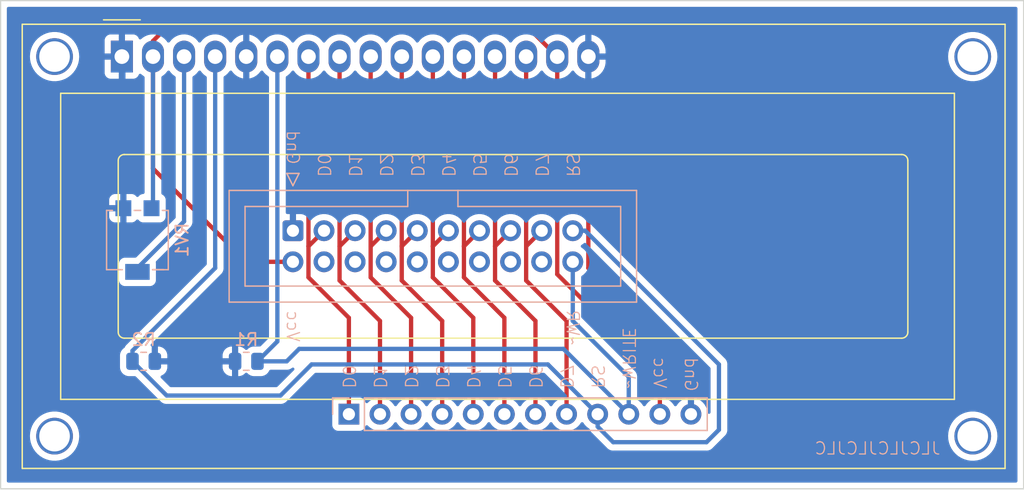
<source format=kicad_pcb>
(kicad_pcb (version 20211014) (generator pcbnew)
  (layers (0 "F.Cu" signal) (31 "B.Cu" signal) (34 "B.Paste" user) (35 "F.Paste" user) (36 "B.SilkS" user "B.Silkscreen") (37 "F.SilkS" user "F.Silkscreen") (38 "B.Mask" user) (39 "F.Mask" user) (44 "Edge.Cuts" user))
  (net 0 "")
  (net 1 "GND")
  (net 2 "VCC")
  (net 3 "/RS")
  (net 4 "/D0")
  (net 5 "/D1")
  (net 6 "/D2")
  (net 7 "/D3")
  (net 8 "/D4")
  (net 9 "/D5")
  (net 10 "/D6")
  (net 11 "/D7")
  (net 12 "/~{WRITE}")
  (net 16 "/CONTRAST")
  (footprint "Display:WC1602A" (layer "F.Cu") (at 104.648 81.28)
    (fp_text reference "DS1" hide)
    (fp_text value "WC1602A")
    (fp_line (start 68 28) (end -5 28) (layer "F.SilkS") (width 0.12))
    (fp_line (start 0.2 8) (end 63.7 8) (layer "F.SilkS") (width 0.12))
    (fp_line (start -5 3) (end 68 3) (layer "F.SilkS") (width 0.12))
    (fp_line (start -1.5 -3) (end 1.5 -3) (layer "F.SilkS") (width 0.12))
    (fp_line (start 72.14 -2.64) (end -7.34 -2.64) (layer "F.SilkS") (width 0.12))
    (fp_line (start -8.13 -2.64) (end -7.34 -2.64) (layer "F.SilkS") (width 0.12))
    (fp_line (start -8.14 -2.64) (end -8.14 33.64) (layer "F.SilkS") (width 0.12))
    (fp_line (start 64.2 8.5) (end 64.2 22.5) (layer "F.SilkS") (width 0.12))
    (fp_line (start -5 28) (end -5 3) (layer "F.SilkS") (width 0.12))
    (fp_line (start -8.14 33.64) (end 72.14 33.64) (layer "F.SilkS") (width 0.12))
    (fp_line (start 63.70066 23) (end 0.2 23) (layer "F.SilkS") (width 0.12))
    (fp_line (start -0.29972 22.49932) (end -0.29972 8.5) (layer "F.SilkS") (width 0.12))
    (fp_line (start 68 3) (end 68 28) (layer "F.SilkS") (width 0.12))
    (fp_line (start 72.14 33.64) (end 72.14 -2.64) (layer "F.SilkS") (width 0.12))
    (fp_arc (start -0.29972 8.49884) (mid -0.153162 8.145018) (end 0.20066 7.99846) (layer "F.SilkS") (width 0.12))
    (fp_arc (start 64.20104 22.49932) (mid 64.054482 22.853142) (end 63.70066 22.9997) (layer "F.SilkS") (width 0.12))
    (fp_arc (start 63.7 8) (mid 64.053553 8.146447) (end 64.2 8.5) (layer "F.SilkS") (width 0.12))
    (fp_arc (start 0.20066 22.9997) (mid -0.153162 22.853142) (end -0.29972 22.49932) (layer "F.SilkS") (width 0.12))
    (pad "" thru_hole circle locked (at -5.4991 31.0007) (size 3 3) (drill 2.5) (layers *.Cu *.Mask))
    (pad "" thru_hole circle locked (at 69.49948 31.0007) (size 3 3) (drill 2.5) (layers *.Cu *.Mask))
    (pad "" thru_hole circle locked (at 69.5 0) (size 3 3) (drill 2.5) (layers *.Cu *.Mask))
    (pad "" thru_hole circle locked (at -5.4991 0) (size 3 3) (drill 2.5) (layers *.Cu *.Mask))
    (pad "1" thru_hole rect locked (at 0 0) (size 1.8 2.6) (drill 1.2) (layers *.Cu *.Mask) (net 1 "GND"))
    (pad "2" thru_hole oval locked (at 2.54 0) (size 1.8 2.6) (drill 1.2) (layers *.Cu *.Mask) (net 2 "VCC"))
    (pad "3" thru_hole oval locked (at 5.08 0) (size 1.8 2.6) (drill 1.2) (layers *.Cu *.Mask) (net 16 "/CONTRAST"))
    (pad "4" thru_hole oval locked (at 7.62 0) (size 1.8 2.6) (drill 1.2) (layers *.Cu *.Mask) (net 3 "/RS"))
    (pad "5" thru_hole oval locked (at 10.16 0) (size 1.8 2.6) (drill 1.2) (layers *.Cu *.Mask) (net 1 "GND"))
    (pad "6" thru_hole oval locked (at 12.7 0) (size 1.8 2.6) (drill 1.2) (layers *.Cu *.Mask) (net 12 "/~{WRITE}"))
    (pad "7" thru_hole oval locked (at 15.24 0) (size 1.8 2.6) (drill 1.2) (layers *.Cu *.Mask) (net 4 "/D0"))
    (pad "8" thru_hole oval locked (at 17.78 0) (size 1.8 2.6) (drill 1.2) (layers *.Cu *.Mask) (net 5 "/D1"))
    (pad "9" thru_hole oval locked (at 20.32 0) (size 1.8 2.6) (drill 1.2) (layers *.Cu *.Mask) (net 6 "/D2"))
    (pad "10" thru_hole oval locked (at 22.86 0) (size 1.8 2.6) (drill 1.2) (layers *.Cu *.Mask) (net 7 "/D3"))
    (pad "11" thru_hole oval locked (at 25.4 0) (size 1.8 2.6) (drill 1.2) (layers *.Cu *.Mask) (net 8 "/D4"))
    (pad "12" thru_hole oval locked (at 27.94 0) (size 1.8 2.6) (drill 1.2) (layers *.Cu *.Mask) (net 9 "/D5"))
    (pad "13" thru_hole oval locked (at 30.48 0) (size 1.8 2.6) (drill 1.2) (layers *.Cu *.Mask) (net 10 "/D6"))
    (pad "14" thru_hole oval locked (at 33.02 0) (size 1.8 2.6) (drill 1.2) (layers *.Cu *.Mask) (net 11 "/D7"))
    (pad "15" thru_hole oval locked (at 35.56 0) (size 1.8 2.6) (drill 1.2) (layers *.Cu *.Mask) (net 2 "VCC"))
    (pad "16" thru_hole oval locked (at 38.1 0) (size 1.8 2.6) (drill 1.2) (layers *.Cu *.Mask) (net 1 "GND"))
  )
  (footprint "Potentiometer_SMD:Potentiometer_Bourns_3224G_Horizontal" (layer "B.Cu") (at 105.918 96.266 90)
    (fp_text reference "RV1" (at 0 3.65 90) (layer "B.SilkS") (effects (justify mirror)))
    (fp_text value "R_Potentiometer_Trim_US")
    (fp_line (start -2.42 2.14) (end -2.42 1.24) (layer "B.SilkS") (width 0.12))
    (fp_line (start -2.42 2.14) (end -2.42 1.24) (layer "B.SilkS") (width 0.12))
    (fp_line (start -2.42 2.52) (end 2.42 2.52) (layer "B.SilkS") (width 0.12))
    (fp_line (start 2.42 0.26) (end 2.42 -0.26) (layer "B.SilkS") (width 0.12))
    (fp_line (start -2.42 2.52) (end -2.42 1.24) (layer "B.SilkS") (width 0.12))
    (fp_line (start 2.42 -2.04) (end 2.42 -2.52) (layer "B.SilkS") (width 0.12))
    (fp_line (start -2.42 2.14) (end -2.42 2.14) (layer "B.SilkS") (width 0.12))
    (fp_line (start 2.42 2.52) (end 2.42 2.04) (layer "B.SilkS") (width 0.12))
    (fp_line (start -2.42 -2.52) (end 2.42 -2.52) (layer "B.SilkS") (width 0.12))
    (fp_line (start -2.42 -1.24) (end -2.42 -2.52) (layer "B.SilkS") (width 0.12))
    (pad "1" smd rect locked (at 2.6 1.15 90) (size 1.3 1.3) (layers "B.Cu" "B.Paste" "B.Mask") (net 2 "VCC"))
    (pad "2" smd rect locked (at -2.6 0 90) (size 1.3 2) (layers "B.Cu" "B.Paste" "B.Mask") (net 16 "/CONTRAST"))
    (pad "3" smd rect locked (at 2.6 -1.15 90) (size 1.3 1.3) (layers "B.Cu" "B.Paste" "B.Mask") (net 1 "GND"))
  )
  (footprint "Connector_IDC:IDC-Header_2x10_P2.54mm_Vertical" (layer "B.Cu") (at 118.618 95.504 -90)
    (fp_text reference "J21" hide)
    (fp_text value "Conn_02x20_Odd_Even")
    (fp_line (start -1.98 -26.77) (end -1.98 -13.48) (layer "B.SilkS") (width 0.12))
    (fp_line (start -1.98 3.91) (end 4.52 3.91) (layer "B.SilkS") (width 0.12))
    (fp_line (start -4.68 0.5) (end -4.68 -0.5) (layer "B.SilkS") (width 0.12))
    (fp_line (start -4.68 -0.5) (end -3.68 0) (layer "B.SilkS") (width 0.12))
    (fp_line (start -3.29 -9.38) (end -1.98 -9.38) (layer "B.SilkS") (width 0.12))
    (fp_line (start -1.98 -13.48) (end -1.98 -13.48) (layer "B.SilkS") (width 0.12))
    (fp_line (start 4.52 -26.77) (end -1.98 -26.77) (layer "B.SilkS") (width 0.12))
    (fp_line (start -1.98 -9.38) (end -1.98 3.91) (layer "B.SilkS") (width 0.12))
    (fp_line (start 4.52 3.91) (end 4.52 -26.77) (layer "B.SilkS") (width 0.12))
    (fp_line (start -1.98 -13.48) (end -3.29 -13.48) (layer "B.SilkS") (width 0.12))
    (fp_line (start -3.29 -28.07) (end -3.29 5.21) (layer "B.SilkS") (width 0.12))
    (fp_line (start 5.83 5.21) (end 5.83 -28.07) (layer "B.SilkS") (width 0.12))
    (fp_line (start -3.29 5.21) (end 5.83 5.21) (layer "B.SilkS") (width 0.12))
    (fp_line (start 5.83 -28.07) (end -3.29 -28.07) (layer "B.SilkS") (width 0.12))
    (fp_line (start -3.68 0) (end -4.68 0.5) (layer "B.SilkS") (width 0.12))
    (pad "1" thru_hole roundrect locked (at 0 0 270) (size 1.7 1.7) (drill 1) (layers *.Cu *.Mask) (roundrect_rratio 0.1470588235) (net 1 "GND"))
    (pad "2" thru_hole circle locked (at 2.54 0 270) (size 1.7 1.7) (drill 1) (layers *.Cu *.Mask) (net 2 "VCC"))
    (pad "3" thru_hole circle locked (at 0 -2.54 270) (size 1.7 1.7) (drill 1) (layers *.Cu *.Mask) (net 4 "/D0"))
    (pad "4" thru_hole circle locked (at 2.54 -2.54 270) (size 1.7 1.7) (drill 1) (layers *.Cu *.Mask))
    (pad "5" thru_hole circle locked (at 0 -5.08 270) (size 1.7 1.7) (drill 1) (layers *.Cu *.Mask) (net 5 "/D1"))
    (pad "6" thru_hole circle locked (at 2.54 -5.08 270) (size 1.7 1.7) (drill 1) (layers *.Cu *.Mask))
    (pad "7" thru_hole circle locked (at 0 -7.62 270) (size 1.7 1.7) (drill 1) (layers *.Cu *.Mask) (net 6 "/D2"))
    (pad "8" thru_hole circle locked (at 2.54 -7.62 270) (size 1.7 1.7) (drill 1) (layers *.Cu *.Mask))
    (pad "9" thru_hole circle locked (at 0 -10.16 270) (size 1.7 1.7) (drill 1) (layers *.Cu *.Mask) (net 7 "/D3"))
    (pad "10" thru_hole circle locked (at 2.54 -10.16 270) (size 1.7 1.7) (drill 1) (layers *.Cu *.Mask))
    (pad "11" thru_hole circle locked (at 0 -12.7 270) (size 1.7 1.7) (drill 1) (layers *.Cu *.Mask) (net 8 "/D4"))
    (pad "12" thru_hole circle locked (at 2.54 -12.7 270) (size 1.7 1.7) (drill 1) (layers *.Cu *.Mask))
    (pad "13" thru_hole circle locked (at 0 -15.24 270) (size 1.7 1.7) (drill 1) (layers *.Cu *.Mask) (net 9 "/D5"))
    (pad "14" thru_hole circle locked (at 2.54 -15.24 270) (size 1.7 1.7) (drill 1) (layers *.Cu *.Mask))
    (pad "15" thru_hole circle locked (at 0 -17.78 270) (size 1.7 1.7) (drill 1) (layers *.Cu *.Mask) (net 10 "/D6"))
    (pad "16" thru_hole circle locked (at 2.54 -17.78 270) (size 1.7 1.7) (drill 1) (layers *.Cu *.Mask))
    (pad "17" thru_hole circle locked (at 0 -20.32 270) (size 1.7 1.7) (drill 1) (layers *.Cu *.Mask) (net 11 "/D7"))
    (pad "18" thru_hole circle locked (at 2.54 -20.32 270) (size 1.7 1.7) (drill 1) (layers *.Cu *.Mask))
    (pad "19" thru_hole circle locked (at 0 -22.86 270) (size 1.7 1.7) (drill 1) (layers *.Cu *.Mask) (net 3 "/RS"))
    (pad "20" thru_hole circle locked (at 2.54 -22.86 270) (size 1.7 1.7) (drill 1) (layers *.Cu *.Mask) (net 12 "/~{WRITE}"))
  )
  (footprint "Connector_PinHeader_2.54mm:PinHeader_1x12_P2.54mm_Vertical" (layer "B.Cu") (at 123.19 110.49 -90)
    (fp_text reference "J1" hide)
    (fp_text value "Conn_01x12")
    (fp_line (start -1.33 -1.27) (end -1.33 -29.27) (layer "B.SilkS") (width 0.12))
    (fp_line (start -1.33 -29.27) (end 1.33 -29.27) (layer "B.SilkS") (width 0.12))
    (fp_line (start -1.33 -1.27) (end 1.33 -1.27) (layer "B.SilkS") (width 0.12))
    (fp_line (start -1.33 1.33) (end 0 1.33) (layer "B.SilkS") (width 0.12))
    (fp_line (start -1.33 0) (end -1.33 1.33) (layer "B.SilkS") (width 0.12))
    (fp_line (start 1.33 -1.27) (end 1.33 -29.27) (layer "B.SilkS") (width 0.12))
    (pad "1" thru_hole rect locked (at 0 0 270) (size 1.7 1.7) (drill 1) (layers *.Cu *.Mask) (net 4 "/D0"))
    (pad "2" thru_hole oval locked (at 0 -2.54 270) (size 1.7 1.7) (drill 1) (layers *.Cu *.Mask) (net 5 "/D1"))
    (pad "3" thru_hole oval locked (at 0 -5.08 270) (size 1.7 1.7) (drill 1) (layers *.Cu *.Mask) (net 6 "/D2"))
    (pad "4" thru_hole oval locked (at 0 -7.62 270) (size 1.7 1.7) (drill 1) (layers *.Cu *.Mask) (net 7 "/D3"))
    (pad "5" thru_hole oval locked (at 0 -10.16 270) (size 1.7 1.7) (drill 1) (layers *.Cu *.Mask) (net 8 "/D4"))
    (pad "6" thru_hole oval locked (at 0 -12.7 270) (size 1.7 1.7) (drill 1) (layers *.Cu *.Mask) (net 9 "/D5"))
    (pad "7" thru_hole oval locked (at 0 -15.24 270) (size 1.7 1.7) (drill 1) (layers *.Cu *.Mask) (net 10 "/D6"))
    (pad "8" thru_hole oval locked (at 0 -17.78 270) (size 1.7 1.7) (drill 1) (layers *.Cu *.Mask) (net 11 "/D7"))
    (pad "9" thru_hole oval locked (at 0 -20.32 270) (size 1.7 1.7) (drill 1) (layers *.Cu *.Mask) (net 3 "/RS"))
    (pad "10" thru_hole oval locked (at 0 -22.86 270) (size 1.7 1.7) (drill 1) (layers *.Cu *.Mask) (net 12 "/~{WRITE}"))
    (pad "11" thru_hole oval locked (at 0 -25.4 270) (size 1.7 1.7) (drill 1) (layers *.Cu *.Mask) (net 2 "VCC"))
    (pad "12" thru_hole oval locked (at 0 -27.94 270) (size 1.7 1.7) (drill 1) (layers *.Cu *.Mask) (net 1 "GND"))
  )
  (footprint "Resistor_SMD:R_0805_2012Metric" (layer "B.Cu") (at 114.808 106.172 180)
    (fp_text reference "R1" (at 0 1.778) (layer "B.SilkS") (effects (justify mirror)))
    (fp_text value "R_Small_US")
    (fp_line (start -0.227064 -0.735) (end 0.227064 -0.735) (layer "B.SilkS") (width 0.12))
    (fp_line (start -0.227064 0.735) (end 0.227064 0.735) (layer "B.SilkS") (width 0.12))
    (pad "1" smd roundrect locked (at -0.9125 0 180) (size 1.025 1.4) (layers "B.Cu" "B.Paste" "B.Mask") (roundrect_rratio 0.243902439) (net 12 "/~{WRITE}"))
    (pad "2" smd roundrect locked (at 0.9125 0 180) (size 1.025 1.4) (layers "B.Cu" "B.Paste" "B.Mask") (roundrect_rratio 0.243902439) (net 1 "GND"))
  )
  (footprint "Resistor_SMD:R_0805_2012Metric" (layer "B.Cu") (at 106.426 106.172)
    (fp_text reference "R2" (at 0 -1.778) (layer "B.SilkS") (effects (justify mirror)))
    (fp_text value "R_Small_US")
    (fp_line (start -0.227064 0.735) (end 0.227064 0.735) (layer "B.SilkS") (width 0.12))
    (fp_line (start -0.227064 -0.735) (end 0.227064 -0.735) (layer "B.SilkS") (width 0.12))
    (pad "1" smd roundrect locked (at -0.9125 0) (size 1.025 1.4) (layers "B.Cu" "B.Paste" "B.Mask") (roundrect_rratio 0.243902439) (net 3 "/RS"))
    (pad "2" smd roundrect locked (at 0.9125 0) (size 1.025 1.4) (layers "B.Cu" "B.Paste" "B.Mask") (roundrect_rratio 0.243902439) (net 1 "GND"))
  )
  (gr_rect (start 94.742 76.708) (end 178.308 116.586) (layer "Edge.Cuts") (width 0.1) (fill none))
  (gr_text "D4" (at 133.35 108.458 270) (layer "B.SilkS") (effects (font (size 1 1) (thickness 0.1)) (justify left mirror)))
  (gr_text "D6" (at 138.43 108.458 270) (layer "B.SilkS") (effects (font (size 1 1) (thickness 0.1)) (justify left mirror)))
  (gr_text "RS" (at 143.51 108.458 270) (layer "B.SilkS") (effects (font (size 1 1) (thickness 0.1)) (justify left mirror)))
  (gr_text "D2" (at 126.238 91.186 270) (layer "B.SilkS") (effects (font (size 1 1) (thickness 0.1)) (justify left mirror)))
  (gr_text "Vcc" (at 148.59 108.458 270) (layer "B.SilkS") (effects (font (size 1 1) (thickness 0.1)) (justify left mirror)))
  (gr_text "D6" (at 136.398 91.186 270) (layer "B.SilkS") (effects (font (size 1 1) (thickness 0.1)) (justify left mirror)))
  (gr_text "D7" (at 140.97 108.458 270) (layer "B.SilkS") (effects (font (size 1 1) (thickness 0.1)) (justify left mirror)))
  (gr_text "D5" (at 133.858 91.186 270) (layer "B.SilkS") (effects (font (size 1 1) (thickness 0.1)) (justify left mirror)))
  (gr_text "D0" (at 121.158 91.186 270) (layer "B.SilkS") (effects (font (size 1 1) (thickness 0.1)) (justify left mirror)))
  (gr_text "D5" (at 135.89 108.458 270) (layer "B.SilkS") (effects (font (size 1 1) (thickness 0.1)) (justify left mirror)))
  (gr_text "Gnd" (at 118.618 90.17 270) (layer "B.SilkS") (effects (font (size 1 1) (thickness 0.1)) (justify left mirror)))
  (gr_text "RS" (at 141.478 91.186 270) (layer "B.SilkS") (effects (font (size 1 1) (thickness 0.1)) (justify left mirror)))
  (gr_text "D2" (at 128.27 108.458 270) (layer "B.SilkS") (effects (font (size 1 1) (thickness 0.1)) (justify left mirror)))
  (gr_text "Gnd" (at 151.13 108.712 270) (layer "B.SilkS") (effects (font (size 1 1) (thickness 0.1)) (justify left mirror)))
  (gr_text "D4" (at 131.318 91.186 270) (layer "B.SilkS") (effects (font (size 1 1) (thickness 0.1)) (justify left mirror)))
  (gr_text "JLCJLCJLCJLC" (at 166.37 113.284) (layer "B.SilkS") (effects (font (size 1 1) (thickness 0.1)) (justify mirror)))
  (gr_text "D0" (at 123.19 108.458 270) (layer "B.SilkS") (effects (font (size 1 1) (thickness 0.1)) (justify left mirror)))
  (gr_text "Vcc" (at 118.618 104.648 270) (layer "B.SilkS") (effects (font (size 1 1) (thickness 0.1)) (justify left mirror)))
  (gr_text "~WR" (at 141.478 104.902 270) (layer "B.SilkS") (effects (font (size 1 1) (thickness 0.1)) (justify left mirror)))
  (gr_text "~WRITE" (at 146.05 108.458 270) (layer "B.SilkS") (effects (font (size 1 1) (thickness 0.1)) (justify left mirror)))
  (gr_text "D3" (at 130.81 108.458 270) (layer "B.SilkS") (effects (font (size 1 1) (thickness 0.1)) (justify left mirror)))
  (gr_text "D3" (at 128.778 91.186 270) (layer "B.SilkS") (effects (font (size 1 1) (thickness 0.1)) (justify left mirror)))
  (gr_text "D1" (at 123.698 91.186 270) (layer "B.SilkS") (effects (font (size 1 1) (thickness 0.1)) (justify left mirror)))
  (gr_text "D1" (at 125.73 108.458 270) (layer "B.SilkS") (effects (font (size 1 1) (thickness 0.1)) (justify left mirror)))
  (gr_text "D7" (at 138.938 91.186 270) (layer "B.SilkS") (effects (font (size 1 1) (thickness 0.1)) (justify left mirror)))
  (segment (start 151.13 106.934) (end 151.13 110.49) (width 0.35) (layer "F.Cu") (net 1))
  (segment (start 142.748 81.28) (end 142.748 98.552) (width 0.35) (layer "F.Cu") (net 1))
  (segment (start 142.748 98.552) (end 151.13 106.934) (width 0.35) (layer "F.Cu") (net 1))
  (segment (start 104.768 93.666) (end 104.768 81.4) (width 0.35) (layer "B.Cu") (net 1))
  (segment (start 104.768 81.4) (end 104.648 81.28) (width 0.35) (layer "B.Cu") (net 1))
  (segment (start 107.188 80.01) (end 107.188 81.28) (width 0.35) (layer "F.Cu") (net 2))
  (segment (start 148.59 107.442) (end 148.59 110.49) (width 0.35) (layer "F.Cu") (net 2))
  (segment (start 107.188 90.424) (end 107.188 81.28) (width 0.35) (layer "F.Cu") (net 2))
  (segment (start 140.208 81.28) (end 137.668 78.74) (width 0.35) (layer "F.Cu") (net 2))
  (segment (start 108.458 78.74) (end 107.188 80.01) (width 0.35) (layer "F.Cu") (net 2))
  (segment (start 140.208 81.28) (end 140.208 99.06) (width 0.35) (layer "F.Cu") (net 2))
  (segment (start 140.208 99.06) (end 148.59 107.442) (width 0.35) (layer "F.Cu") (net 2))
  (segment (start 137.668 78.74) (end 108.458 78.74) (width 0.35) (layer "F.Cu") (net 2))
  (segment (start 118.618 98.044) (end 114.808 98.044) (width 0.35) (layer "F.Cu") (net 2))
  (segment (start 114.808 98.044) (end 107.188 90.424) (width 0.35) (layer "F.Cu") (net 2))
  (segment (start 107.188 93.546) (end 107.068 93.666) (width 0.35) (layer "B.Cu") (net 2))
  (segment (start 107.188 81.28) (end 107.188 93.546) (width 0.35) (layer "B.Cu") (net 2))
  (segment (start 117.602 108.966) (end 108.3075 108.966) (width 0.35) (layer "B.Cu") (net 3))
  (segment (start 143.51 110.49) (end 143.51 111.506) (width 0.35) (layer "B.Cu") (net 3))
  (segment (start 153.416 106.426) (end 142.494 95.504) (width 0.35) (layer "B.Cu") (net 3))
  (segment (start 108.3075 108.966) (end 105.5135 106.172) (width 0.35) (layer "B.Cu") (net 3))
  (segment (start 153.416 111.76) (end 153.416 106.426) (width 0.35) (layer "B.Cu") (net 3))
  (segment (start 143.51 111.506) (end 144.78 112.776) (width 0.35) (layer "B.Cu") (net 3))
  (segment (start 139.446 106.426) (end 120.142 106.426) (width 0.35) (layer "B.Cu") (net 3))
  (segment (start 144.78 112.776) (end 152.4 112.776) (width 0.35) (layer "B.Cu") (net 3))
  (segment (start 143.51 110.49) (end 139.446 106.426) (width 0.35) (layer "B.Cu") (net 3))
  (segment (start 142.494 95.504) (end 141.478 95.504) (width 0.35) (layer "B.Cu") (net 3))
  (segment (start 112.268 98.552) (end 105.5135 105.3065) (width 0.35) (layer "B.Cu") (net 3))
  (segment (start 112.268 98.552) (end 112.268 81.28) (width 0.35) (layer "B.Cu") (net 3))
  (segment (start 152.4 112.776) (end 153.416 111.76) (width 0.35) (layer "B.Cu") (net 3))
  (segment (start 120.142 106.426) (end 117.602 108.966) (width 0.35) (layer "B.Cu") (net 3))
  (segment (start 105.5135 105.3065) (end 105.5135 106.172) (width 0.35) (layer "B.Cu") (net 3))
  (segment (start 121.158 95.504) (end 119.888 96.774) (width 0.35) (layer "F.Cu") (net 4))
  (segment (start 119.888 96.774) (end 119.888 99.314) (width 0.35) (layer "F.Cu") (net 4))
  (segment (start 119.888 81.28) (end 119.888 96.774) (width 0.35) (layer "F.Cu") (net 4))
  (segment (start 123.19 102.616) (end 123.19 110.49) (width 0.35) (layer "F.Cu") (net 4))
  (segment (start 119.888 99.314) (end 123.19 102.616) (width 0.35) (layer "F.Cu") (net 4))
  (segment (start 122.428 96.774) (end 122.428 99.568) (width 0.35) (layer "F.Cu") (net 5))
  (segment (start 122.428 99.568) (end 125.73 102.87) (width 0.35) (layer "F.Cu") (net 5))
  (segment (start 125.73 102.87) (end 125.73 110.49) (width 0.35) (layer "F.Cu") (net 5))
  (segment (start 122.428 81.28) (end 122.428 96.774) (width 0.35) (layer "F.Cu") (net 5))
  (segment (start 123.698 95.504) (end 122.428 96.774) (width 0.35) (layer "F.Cu") (net 5))
  (segment (start 126.238 95.504) (end 124.968 96.774) (width 0.35) (layer "F.Cu") (net 6))
  (segment (start 128.27 102.616) (end 124.968 99.314) (width 0.35) (layer "F.Cu") (net 6))
  (segment (start 124.968 96.774) (end 124.968 81.28) (width 0.35) (layer "F.Cu") (net 6))
  (segment (start 124.968 99.314) (end 124.968 96.774) (width 0.35) (layer "F.Cu") (net 6))
  (segment (start 128.27 110.49) (end 128.27 102.616) (width 0.35) (layer "F.Cu") (net 6))
  (segment (start 128.778 95.504) (end 127.508 96.774) (width 0.35) (layer "F.Cu") (net 7))
  (segment (start 130.81 102.87) (end 130.81 110.49) (width 0.35) (layer "F.Cu") (net 7))
  (segment (start 127.508 96.774) (end 127.508 99.568) (width 0.35) (layer "F.Cu") (net 7))
  (segment (start 127.508 99.568) (end 130.81 102.87) (width 0.35) (layer "F.Cu") (net 7))
  (segment (start 127.508 81.28) (end 127.508 96.774) (width 0.35) (layer "F.Cu") (net 7))
  (segment (start 133.35 110.49) (end 133.35 102.616) (width 0.35) (layer "F.Cu") (net 8))
  (segment (start 130.048 99.314) (end 130.048 96.774) (width 0.35) (layer "F.Cu") (net 8))
  (segment (start 131.318 95.504) (end 130.048 96.774) (width 0.35) (layer "F.Cu") (net 8))
  (segment (start 130.048 96.774) (end 130.048 81.28) (width 0.35) (layer "F.Cu") (net 8))
  (segment (start 133.35 102.616) (end 130.048 99.314) (width 0.35) (layer "F.Cu") (net 8))
  (segment (start 133.858 95.504) (end 132.588 96.774) (width 0.35) (layer "F.Cu") (net 9))
  (segment (start 132.588 99.314) (end 132.588 96.774) (width 0.35) (layer "F.Cu") (net 9))
  (segment (start 135.89 102.616) (end 132.588 99.314) (width 0.35) (layer "F.Cu") (net 9))
  (segment (start 135.89 110.49) (end 135.89 102.616) (width 0.35) (layer "F.Cu") (net 9))
  (segment (start 132.588 96.774) (end 132.588 81.28) (width 0.35) (layer "F.Cu") (net 9))
  (segment (start 136.398 95.504) (end 135.128 96.774) (width 0.35) (layer "F.Cu") (net 10))
  (segment (start 135.128 96.774) (end 135.128 99.568) (width 0.35) (layer "F.Cu") (net 10))
  (segment (start 138.43 102.87) (end 138.43 110.49) (width 0.35) (layer "F.Cu") (net 10))
  (segment (start 135.128 99.568) (end 138.43 102.87) (width 0.35) (layer "F.Cu") (net 10))
  (segment (start 135.128 81.28) (end 135.128 96.774) (width 0.35) (layer "F.Cu") (net 10))
  (segment (start 140.97 102.87) (end 137.668 99.568) (width 0.35) (layer "F.Cu") (net 11))
  (segment (start 137.668 96.774) (end 137.668 81.28) (width 0.35) (layer "F.Cu") (net 11))
  (segment (start 138.938 95.504) (end 137.668 96.774) (width 0.35) (layer "F.Cu") (net 11))
  (segment (start 137.668 99.568) (end 137.668 96.774) (width 0.35) (layer "F.Cu") (net 11))
  (segment (start 140.97 110.49) (end 140.97 102.87) (width 0.35) (layer "F.Cu") (net 11))
  (segment (start 119.126 105.156) (end 118.11 106.172) (width 0.35) (layer "B.Cu") (net 12))
  (segment (start 117.348 104.5445) (end 117.348 81.28) (width 0.35) (layer "B.Cu") (net 12))
  (segment (start 146.05 107.442) (end 146.05 110.49) (width 0.35) (layer "B.Cu") (net 12))
  (segment (start 118.11 106.172) (end 115.7205 106.172) (width 0.35) (layer "B.Cu") (net 12))
  (segment (start 115.7205 106.172) (end 117.348 104.5445) (width 0.35) (layer "B.Cu") (net 12))
  (segment (start 141.478 98.044) (end 141.478 102.87) (width 0.35) (layer "B.Cu") (net 12))
  (segment (start 141.478 102.87) (end 146.05 107.442) (width 0.35) (layer "B.Cu") (net 12))
  (segment (start 146.05 110.49) (end 140.716 105.156) (width 0.35) (layer "B.Cu") (net 12))
  (segment (start 140.716 105.156) (end 119.126 105.156) (width 0.35) (layer "B.Cu") (net 12))
  (segment (start 105.918 98.552) (end 109.728 94.742) (width 0.35) (layer "B.Cu") (net 16))
  (segment (start 109.728 94.742) (end 109.728 81.28) (width 0.35) (layer "B.Cu") (net 16))
  (segment (start 105.918 98.866) (end 105.918 98.552) (width 0.35) (layer "B.Cu") (net 16))
  (zone (net 1) (net_name "GND") (layer "B.Cu") (connect_pads (clearance 0.508)) (min_thickness 0.254) (fill yes (thermal_gap 0.508) (thermal_bridge_width 0.508))
    (polygon (pts (xy 178.308 116.586) (xy 94.742 116.586) (xy 94.742 76.708) (xy 178.308 76.708)))
  )
)
</source>
